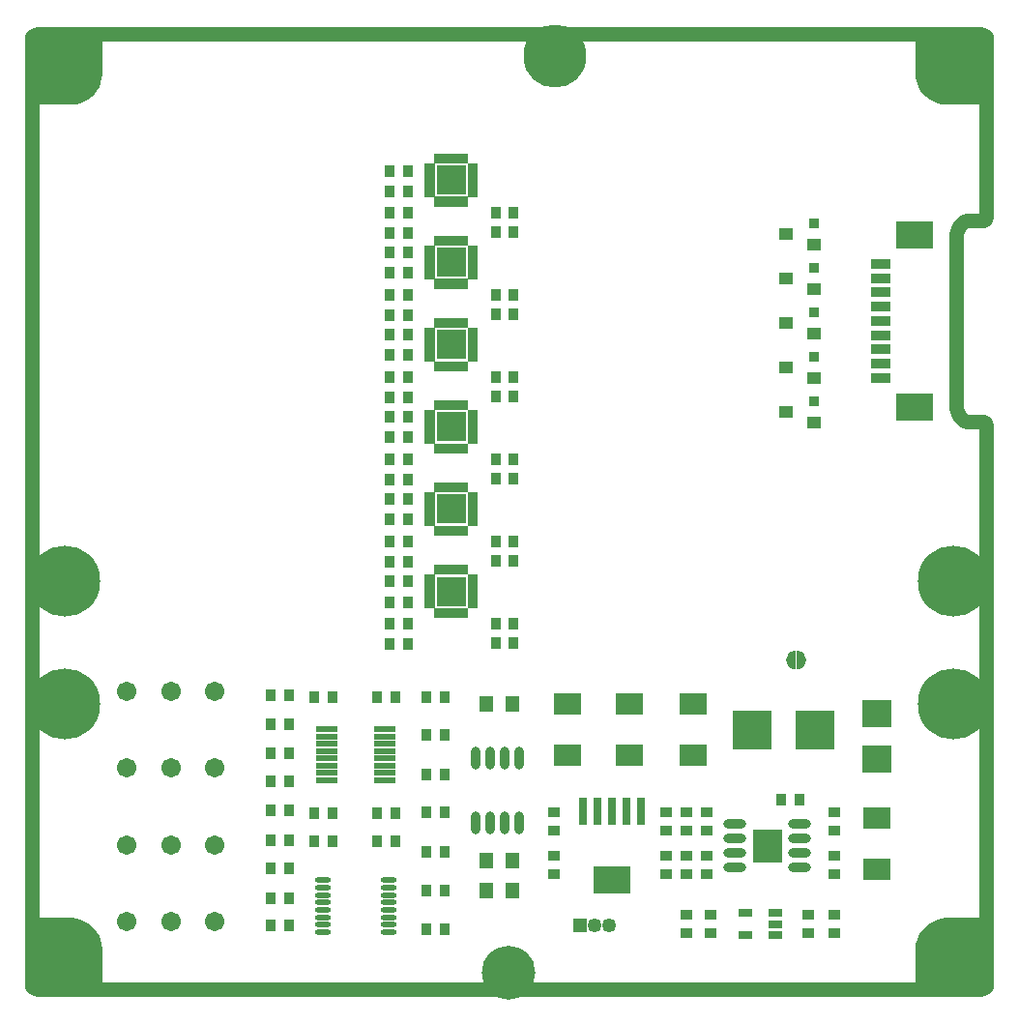
<source format=gbr>
G04*
G04 #@! TF.GenerationSoftware,Altium Limited,Altium Designer,24.1.2 (44)*
G04*
G04 Layer_Color=8388736*
%FSLAX44Y44*%
%MOMM*%
G71*
G04*
G04 #@! TF.SameCoordinates,B1001185-6E67-4BF1-ABA2-4279EC4F573C*
G04*
G04*
G04 #@! TF.FilePolarity,Negative*
G04*
G01*
G75*
%ADD22R,1.2696X1.3462*%
%ADD27R,0.9500X0.9000*%
%ADD29R,1.7018X0.8128*%
%ADD40C,1.2700*%
%ADD41R,2.6000X2.6000*%
%ADD42R,0.9032X1.0032*%
%ADD43O,0.8032X2.0032*%
%ADD44C,1.7032*%
%ADD45R,1.0032X0.9032*%
%ADD46R,1.2032X0.8032*%
%ADD47R,2.4622X1.9796*%
%ADD48R,1.1532X1.1032*%
%ADD49R,2.5032X2.4892*%
%ADD50R,3.3020X2.4130*%
%ADD51R,3.5032X3.3532*%
%ADD52O,2.0032X0.8032*%
%ADD53R,2.5032X3.0032*%
%ADD54R,3.2725X2.4455*%
%ADD55R,0.7325X2.4455*%
%ADD56O,1.4000X0.4500*%
%ADD57R,1.9000X0.5000*%
%ADD58C,5.5032*%
%ADD59C,4.7032*%
%ADD60C,0.9032*%
%ADD61C,6.2032*%
%ADD62C,1.0032*%
%ADD63R,1.2532X1.2532*%
%ADD64C,1.2532*%
%ADD65C,0.6032*%
G36*
X843526Y781000D02*
X809293D01*
Y781000D01*
X807438Y781000D01*
X803761Y781484D01*
X800179Y782444D01*
X796752Y783863D01*
X793540Y785718D01*
X790598Y787975D01*
X787975Y790598D01*
X785718Y793540D01*
X783863Y796752D01*
X782444Y800179D01*
X781484Y803761D01*
X781000Y807438D01*
X781000Y809293D01*
X781000Y843526D01*
X843526D01*
Y781000D01*
D02*
G37*
G36*
X69000Y809293D02*
X69000D01*
X69000Y807438D01*
X68516Y803761D01*
X67556Y800179D01*
X66137Y796752D01*
X64282Y793540D01*
X62024Y790598D01*
X59402Y787975D01*
X56460Y785718D01*
X53248Y783863D01*
X49821Y782444D01*
X46239Y781484D01*
X42562Y781000D01*
X40707Y781000D01*
X6474Y781000D01*
Y843526D01*
X69000D01*
Y809293D01*
D02*
G37*
G36*
X379350Y729499D02*
X369350D01*
Y738549D01*
X379350D01*
Y729499D01*
D02*
G37*
G36*
X389350Y730000D02*
X397899D01*
Y725000D01*
Y720000D01*
X388849D01*
Y725000D01*
Y729499D01*
X379350D01*
Y738549D01*
X389350D01*
Y730000D01*
D02*
G37*
G36*
X369350Y729499D02*
X359851D01*
Y725000D01*
Y720000D01*
X350801D01*
Y725000D01*
Y730000D01*
X359350D01*
Y738549D01*
X369350D01*
Y729499D01*
D02*
G37*
G36*
X397899Y715000D02*
Y710000D01*
X388849D01*
Y715000D01*
Y720000D01*
X397899D01*
Y715000D01*
D02*
G37*
G36*
X359851D02*
Y710000D01*
X350801D01*
Y715000D01*
Y720000D01*
X359851D01*
Y715000D01*
D02*
G37*
G36*
X397899Y705000D02*
Y700000D01*
X389350D01*
Y691451D01*
X379350D01*
Y700501D01*
X388849D01*
Y705000D01*
Y710000D01*
X397899D01*
Y705000D01*
D02*
G37*
G36*
X379350Y691451D02*
X369350D01*
Y700501D01*
X379350D01*
Y691451D01*
D02*
G37*
G36*
X359851Y705000D02*
Y700501D01*
X369350D01*
Y691451D01*
X359350D01*
Y700000D01*
X350801D01*
Y705000D01*
Y710000D01*
X359851D01*
Y705000D01*
D02*
G37*
G36*
X384350Y657499D02*
X364350D01*
Y666549D01*
X384350D01*
Y657499D01*
D02*
G37*
G36*
X389350Y658000D02*
X397899D01*
Y653000D01*
X388849D01*
Y657499D01*
X384350D01*
Y666549D01*
X389350D01*
Y658000D01*
D02*
G37*
G36*
X364350Y657499D02*
X359851D01*
Y653000D01*
X350801D01*
Y658000D01*
X359350D01*
Y666549D01*
X364350D01*
Y657499D01*
D02*
G37*
G36*
X397899Y648000D02*
Y643000D01*
Y638000D01*
Y633000D01*
X388849D01*
Y638000D01*
Y643000D01*
Y648000D01*
Y653000D01*
X397899D01*
Y648000D01*
D02*
G37*
G36*
X359851D02*
Y643000D01*
Y638000D01*
Y633000D01*
X350801D01*
Y638000D01*
Y643000D01*
Y648000D01*
Y653000D01*
X359851D01*
Y648000D01*
D02*
G37*
G36*
X397899Y628000D02*
X389350D01*
Y619451D01*
X384350D01*
Y628501D01*
X388849D01*
Y633000D01*
X397899D01*
Y628000D01*
D02*
G37*
G36*
X384350Y619451D02*
X364350D01*
Y628501D01*
X384350D01*
Y619451D01*
D02*
G37*
G36*
X359851Y628501D02*
X364350D01*
Y619451D01*
X359350D01*
Y628000D01*
X350801D01*
Y633000D01*
X359851D01*
Y628501D01*
D02*
G37*
G36*
X379350Y585499D02*
X369350D01*
Y594549D01*
X379350D01*
Y585499D01*
D02*
G37*
G36*
X389350Y586000D02*
X397899D01*
Y581000D01*
Y576000D01*
X388849D01*
Y581000D01*
Y585499D01*
X379350D01*
Y594549D01*
X389350D01*
Y586000D01*
D02*
G37*
G36*
X369350Y585499D02*
X359851D01*
Y581000D01*
Y576000D01*
X350801D01*
Y581000D01*
Y586000D01*
X359350D01*
Y594549D01*
X369350D01*
Y585499D01*
D02*
G37*
G36*
X397899Y571000D02*
Y566000D01*
X388849D01*
Y571000D01*
Y576000D01*
X397899D01*
Y571000D01*
D02*
G37*
G36*
X359851D02*
Y566000D01*
X350801D01*
Y571000D01*
Y576000D01*
X359851D01*
Y571000D01*
D02*
G37*
G36*
X397899Y561000D02*
Y556000D01*
X389350D01*
Y547451D01*
X379350D01*
Y556501D01*
X388849D01*
Y561000D01*
Y566000D01*
X397899D01*
Y561000D01*
D02*
G37*
G36*
X379350Y547451D02*
X369350D01*
Y556501D01*
X379350D01*
Y547451D01*
D02*
G37*
G36*
X359851Y561000D02*
Y556501D01*
X369350D01*
Y547451D01*
X359350D01*
Y556000D01*
X350801D01*
Y561000D01*
Y566000D01*
X359851D01*
Y561000D01*
D02*
G37*
G36*
X379350Y513499D02*
X369350D01*
Y522549D01*
X379350D01*
Y513499D01*
D02*
G37*
G36*
X389350Y514000D02*
X397899D01*
Y509000D01*
Y504000D01*
X388849D01*
Y509000D01*
Y513499D01*
X379350D01*
Y522549D01*
X389350D01*
Y514000D01*
D02*
G37*
G36*
X369350Y513499D02*
X359851D01*
Y509000D01*
Y504000D01*
X350801D01*
Y509000D01*
Y514000D01*
X359350D01*
Y522549D01*
X369350D01*
Y513499D01*
D02*
G37*
G36*
X397899Y499000D02*
Y494000D01*
X388849D01*
Y499000D01*
Y504000D01*
X397899D01*
Y499000D01*
D02*
G37*
G36*
X359851D02*
Y494000D01*
X350801D01*
Y499000D01*
Y504000D01*
X359851D01*
Y499000D01*
D02*
G37*
G36*
X397899Y489000D02*
Y484000D01*
X389350D01*
Y475451D01*
X379350D01*
Y484501D01*
X388849D01*
Y489000D01*
Y494000D01*
X397899D01*
Y489000D01*
D02*
G37*
G36*
X379350Y475451D02*
X369350D01*
Y484501D01*
X379350D01*
Y475451D01*
D02*
G37*
G36*
X359851Y489000D02*
Y484501D01*
X369350D01*
Y475451D01*
X359350D01*
Y484000D01*
X350801D01*
Y489000D01*
Y494000D01*
X359851D01*
Y489000D01*
D02*
G37*
G36*
X379350Y441499D02*
X369350D01*
Y450549D01*
X379350D01*
Y441499D01*
D02*
G37*
G36*
X389350Y442000D02*
X397899D01*
Y437000D01*
Y432000D01*
X388849D01*
Y437000D01*
Y441499D01*
X379350D01*
Y450549D01*
X389350D01*
Y442000D01*
D02*
G37*
G36*
X369350Y441499D02*
X359851D01*
Y437000D01*
Y432000D01*
X350801D01*
Y437000D01*
Y442000D01*
X359350D01*
Y450549D01*
X369350D01*
Y441499D01*
D02*
G37*
G36*
X397899Y427000D02*
Y422000D01*
X388849D01*
Y427000D01*
Y432000D01*
X397899D01*
Y427000D01*
D02*
G37*
G36*
X359851D02*
Y422000D01*
X350801D01*
Y427000D01*
Y432000D01*
X359851D01*
Y427000D01*
D02*
G37*
G36*
X397899Y417000D02*
Y412000D01*
X389350D01*
Y403451D01*
X379350D01*
Y412501D01*
X388849D01*
Y417000D01*
Y422000D01*
X397899D01*
Y417000D01*
D02*
G37*
G36*
X379350Y403451D02*
X369350D01*
Y412501D01*
X379350D01*
Y403451D01*
D02*
G37*
G36*
X359851Y417000D02*
Y412501D01*
X369350D01*
Y403451D01*
X359350D01*
Y412000D01*
X350801D01*
Y417000D01*
Y422000D01*
X359851D01*
Y417000D01*
D02*
G37*
G36*
X379350Y369499D02*
X369350D01*
Y378549D01*
X379350D01*
Y369499D01*
D02*
G37*
G36*
X389350Y370000D02*
X397899D01*
Y365000D01*
Y360000D01*
X388849D01*
Y365000D01*
Y369499D01*
X379350D01*
Y378549D01*
X389350D01*
Y370000D01*
D02*
G37*
G36*
X369350Y369499D02*
X359851D01*
Y365000D01*
Y360000D01*
X350801D01*
Y365000D01*
Y370000D01*
X359350D01*
Y378549D01*
X369350D01*
Y369499D01*
D02*
G37*
G36*
X397899Y355000D02*
Y350000D01*
X388849D01*
Y355000D01*
Y360000D01*
X397899D01*
Y355000D01*
D02*
G37*
G36*
X359851D02*
Y350000D01*
X350801D01*
Y355000D01*
Y360000D01*
X359851D01*
Y355000D01*
D02*
G37*
G36*
X397899Y345000D02*
Y340000D01*
X389350D01*
Y331451D01*
X379350D01*
Y340501D01*
X388849D01*
Y345000D01*
Y350000D01*
X397899D01*
Y345000D01*
D02*
G37*
G36*
X379350Y331451D02*
X369350D01*
Y340501D01*
X379350D01*
Y331451D01*
D02*
G37*
G36*
X359851Y345000D02*
Y340501D01*
X369350D01*
Y331451D01*
X359350D01*
Y340000D01*
X350801D01*
Y345000D01*
Y350000D01*
X359851D01*
Y345000D01*
D02*
G37*
G36*
X675222Y303401D02*
X675266Y303400D01*
X675288Y303397D01*
X675311Y303396D01*
X675354Y303387D01*
X675398Y303380D01*
X675419Y303374D01*
X675441Y303370D01*
X675484Y303355D01*
X675526Y303343D01*
X675546Y303334D01*
X675567Y303327D01*
X675608Y303307D01*
X675648Y303289D01*
X675667Y303278D01*
X675687Y303268D01*
X675724Y303243D01*
X675762Y303220D01*
X675779Y303206D01*
X675798Y303194D01*
X675831Y303164D01*
X675865Y303137D01*
X675881Y303121D01*
X675898Y303106D01*
X675927Y303072D01*
X675958Y303041D01*
X675971Y303023D01*
X675985Y303006D01*
X676010Y302969D01*
X676036Y302933D01*
X676047Y302914D01*
X676059Y302895D01*
X676079Y302855D01*
X676100Y302816D01*
X676108Y302796D01*
X676118Y302776D01*
X676133Y302733D01*
X676149Y302692D01*
X676154Y302671D01*
X676161Y302650D01*
X676170Y302606D01*
X676180Y302563D01*
X676183Y302541D01*
X676187Y302519D01*
X676190Y302474D01*
X676195Y302430D01*
X676194Y302409D01*
X676196Y302386D01*
X676196Y287614D01*
X676194Y287592D01*
X676195Y287570D01*
X676190Y287525D01*
X676187Y287481D01*
X676183Y287459D01*
X676180Y287437D01*
X676170Y287394D01*
X676161Y287350D01*
X676154Y287329D01*
X676149Y287308D01*
X676133Y287267D01*
X676118Y287224D01*
X676108Y287204D01*
X676100Y287184D01*
X676079Y287145D01*
X676059Y287105D01*
X676047Y287087D01*
X676036Y287067D01*
X676010Y287031D01*
X675985Y286994D01*
X675971Y286977D01*
X675957Y286959D01*
X675927Y286927D01*
X675898Y286894D01*
X675881Y286879D01*
X675865Y286863D01*
X675831Y286835D01*
X675797Y286806D01*
X675779Y286794D01*
X675762Y286780D01*
X675724Y286757D01*
X675687Y286732D01*
X675667Y286722D01*
X675648Y286711D01*
X675607Y286693D01*
X675567Y286673D01*
X675546Y286666D01*
X675526Y286657D01*
X675483Y286645D01*
X675441Y286630D01*
X675419Y286626D01*
X675398Y286620D01*
X675354Y286613D01*
X675311Y286604D01*
X675288Y286603D01*
X675266Y286600D01*
X675222Y286599D01*
X675178Y286596D01*
X675155Y286597D01*
X675133Y286597D01*
X675089Y286602D01*
X675045Y286604D01*
X675023Y286609D01*
X675001Y286611D01*
X674484Y286702D01*
X674480Y286703D01*
X674476Y286704D01*
X674415Y286719D01*
X674355Y286734D01*
X674351Y286735D01*
X674346Y286737D01*
X673349Y287061D01*
X673345Y287062D01*
X673341Y287064D01*
X673283Y287087D01*
X673225Y287110D01*
X673221Y287112D01*
X673217Y287114D01*
X672274Y287574D01*
X672271Y287576D01*
X672266Y287578D01*
X672212Y287609D01*
X672159Y287640D01*
X672155Y287643D01*
X672151Y287645D01*
X671282Y288231D01*
X671279Y288234D01*
X671275Y288236D01*
X671224Y288276D01*
X671177Y288313D01*
X671174Y288316D01*
X671170Y288319D01*
X670390Y289021D01*
X670387Y289024D01*
X670384Y289027D01*
X670341Y289072D01*
X670297Y289116D01*
X670295Y289119D01*
X670292Y289123D01*
X669618Y289926D01*
X669615Y289930D01*
X669612Y289933D01*
X669576Y289983D01*
X669539Y290034D01*
X669537Y290038D01*
X669534Y290041D01*
X668978Y290931D01*
X668976Y290935D01*
X668974Y290938D01*
X668945Y290993D01*
X668915Y291048D01*
X668914Y291052D01*
X668912Y291056D01*
X668485Y292015D01*
X668483Y292019D01*
X668481Y292023D01*
X668461Y292080D01*
X668439Y292139D01*
X668438Y292144D01*
X668436Y292148D01*
X668147Y293156D01*
X668146Y293160D01*
X668145Y293165D01*
X668132Y293226D01*
X668119Y293286D01*
X668119Y293291D01*
X668118Y293295D01*
X667972Y294334D01*
X667971Y294338D01*
X667971Y294343D01*
X667966Y294405D01*
X667962Y294467D01*
X667962Y294471D01*
X667962Y294476D01*
Y295524D01*
X667962Y295529D01*
X667962Y295533D01*
X667966Y295595D01*
X667971Y295657D01*
X667971Y295662D01*
X667972Y295666D01*
X668118Y296705D01*
X668119Y296709D01*
X668119Y296714D01*
X668132Y296774D01*
X668145Y296835D01*
X668146Y296840D01*
X668147Y296844D01*
X668436Y297852D01*
X668438Y297856D01*
X668439Y297861D01*
X668461Y297920D01*
X668481Y297977D01*
X668483Y297981D01*
X668485Y297985D01*
X668912Y298944D01*
X668914Y298948D01*
X668915Y298952D01*
X668945Y299007D01*
X668974Y299062D01*
X668976Y299065D01*
X668978Y299069D01*
X669534Y299959D01*
X669537Y299962D01*
X669539Y299966D01*
X669575Y300016D01*
X669612Y300067D01*
X669615Y300070D01*
X669618Y300074D01*
X670292Y300877D01*
X670295Y300880D01*
X670297Y300884D01*
X670341Y300928D01*
X670384Y300973D01*
X670387Y300976D01*
X670390Y300979D01*
X671170Y301681D01*
X671173Y301684D01*
X671177Y301687D01*
X671225Y301724D01*
X671275Y301764D01*
X671279Y301766D01*
X671282Y301769D01*
X672151Y302355D01*
X672155Y302357D01*
X672159Y302360D01*
X672213Y302391D01*
X672266Y302422D01*
X672271Y302424D01*
X672274Y302426D01*
X673217Y302886D01*
X673221Y302888D01*
X673225Y302890D01*
X673283Y302913D01*
X673341Y302936D01*
X673345Y302938D01*
X673349Y302939D01*
X674346Y303263D01*
X674351Y303264D01*
X674355Y303266D01*
X674414Y303281D01*
X674475Y303296D01*
X674480Y303297D01*
X674484Y303298D01*
X675001Y303389D01*
X675023Y303391D01*
X675045Y303396D01*
X675089Y303398D01*
X675133Y303403D01*
X675155Y303403D01*
X675178Y303404D01*
X675178D01*
X675222Y303401D01*
D02*
G37*
G36*
X677804Y303403D02*
X677827Y303403D01*
X677871Y303398D01*
X677915Y303396D01*
X677937Y303391D01*
X677959Y303389D01*
X678476Y303298D01*
X678480Y303297D01*
X678484Y303296D01*
X678545Y303281D01*
X678605Y303266D01*
X678609Y303264D01*
X678614Y303263D01*
X679611Y302939D01*
X679615Y302938D01*
X679620Y302936D01*
X679677Y302913D01*
X679735Y302890D01*
X679739Y302888D01*
X679743Y302886D01*
X680686Y302426D01*
X680689Y302424D01*
X680694Y302422D01*
X680748Y302391D01*
X680801Y302360D01*
X680805Y302357D01*
X680808Y302355D01*
X681678Y301769D01*
X681682Y301766D01*
X681685Y301764D01*
X681736Y301724D01*
X681783Y301687D01*
X681786Y301684D01*
X681790Y301681D01*
X682570Y300979D01*
X682573Y300976D01*
X682576Y300973D01*
X682619Y300928D01*
X682662Y300884D01*
X682665Y300880D01*
X682668Y300877D01*
X683342Y300074D01*
X683345Y300070D01*
X683348Y300067D01*
X683384Y300017D01*
X683421Y299966D01*
X683423Y299962D01*
X683426Y299959D01*
X683982Y299069D01*
X683984Y299065D01*
X683986Y299062D01*
X684015Y299007D01*
X684045Y298952D01*
X684046Y298948D01*
X684048Y298944D01*
X684475Y297985D01*
X684477Y297981D01*
X684479Y297977D01*
X684499Y297920D01*
X684521Y297861D01*
X684522Y297856D01*
X684524Y297852D01*
X684813Y296844D01*
X684814Y296840D01*
X684815Y296835D01*
X684828Y296774D01*
X684841Y296714D01*
X684841Y296709D01*
X684842Y296705D01*
X684988Y295666D01*
X684989Y295662D01*
X684989Y295657D01*
X684994Y295595D01*
X684998Y295533D01*
X684998Y295529D01*
X684998Y295524D01*
Y294476D01*
X684998Y294471D01*
X684998Y294467D01*
X684994Y294405D01*
X684989Y294343D01*
X684989Y294338D01*
X684988Y294334D01*
X684842Y293295D01*
X684841Y293291D01*
X684841Y293286D01*
X684828Y293226D01*
X684815Y293165D01*
X684814Y293160D01*
X684813Y293156D01*
X684524Y292148D01*
X684522Y292144D01*
X684521Y292139D01*
X684499Y292080D01*
X684479Y292023D01*
X684477Y292019D01*
X684475Y292015D01*
X684048Y291056D01*
X684046Y291052D01*
X684045Y291048D01*
X684015Y290993D01*
X683986Y290938D01*
X683984Y290935D01*
X683982Y290931D01*
X683426Y290041D01*
X683423Y290037D01*
X683421Y290034D01*
X683385Y289984D01*
X683348Y289933D01*
X683345Y289930D01*
X683342Y289926D01*
X682668Y289123D01*
X682665Y289119D01*
X682662Y289116D01*
X682619Y289072D01*
X682576Y289027D01*
X682573Y289024D01*
X682570Y289021D01*
X681790Y288319D01*
X681786Y288316D01*
X681783Y288313D01*
X681735Y288276D01*
X681685Y288236D01*
X681682Y288234D01*
X681678Y288231D01*
X680808Y287645D01*
X680805Y287643D01*
X680801Y287640D01*
X680747Y287609D01*
X680694Y287578D01*
X680689Y287576D01*
X680686Y287574D01*
X679743Y287114D01*
X679739Y287112D01*
X679735Y287110D01*
X679677Y287087D01*
X679620Y287064D01*
X679615Y287062D01*
X679611Y287061D01*
X678614Y286737D01*
X678609Y286735D01*
X678605Y286734D01*
X678546Y286719D01*
X678484Y286704D01*
X678480Y286703D01*
X678476Y286702D01*
X677959Y286611D01*
X677937Y286609D01*
X677915Y286604D01*
X677871Y286602D01*
X677827Y286597D01*
X677804Y286597D01*
X677782Y286596D01*
X677782D01*
X677738Y286599D01*
X677694Y286600D01*
X677672Y286603D01*
X677649Y286604D01*
X677606Y286613D01*
X677562Y286620D01*
X677541Y286626D01*
X677519Y286630D01*
X677476Y286645D01*
X677434Y286657D01*
X677414Y286666D01*
X677393Y286673D01*
X677353Y286693D01*
X677312Y286711D01*
X677293Y286722D01*
X677273Y286732D01*
X677236Y286757D01*
X677198Y286780D01*
X677181Y286794D01*
X677162Y286806D01*
X677129Y286836D01*
X677094Y286863D01*
X677079Y286879D01*
X677062Y286894D01*
X677033Y286928D01*
X677002Y286959D01*
X676989Y286977D01*
X676975Y286994D01*
X676950Y287031D01*
X676924Y287067D01*
X676913Y287086D01*
X676901Y287105D01*
X676881Y287145D01*
X676860Y287184D01*
X676852Y287204D01*
X676842Y287224D01*
X676827Y287267D01*
X676811Y287308D01*
X676806Y287329D01*
X676799Y287350D01*
X676790Y287394D01*
X676780Y287437D01*
X676777Y287459D01*
X676773Y287481D01*
X676770Y287526D01*
X676765Y287570D01*
X676766Y287591D01*
X676764Y287614D01*
X676764Y302386D01*
X676766Y302408D01*
X676765Y302430D01*
X676770Y302475D01*
X676773Y302519D01*
X676777Y302541D01*
X676780Y302563D01*
X676790Y302606D01*
X676799Y302650D01*
X676806Y302671D01*
X676811Y302692D01*
X676827Y302733D01*
X676842Y302776D01*
X676852Y302796D01*
X676860Y302816D01*
X676881Y302855D01*
X676901Y302895D01*
X676913Y302913D01*
X676924Y302933D01*
X676950Y302969D01*
X676975Y303006D01*
X676989Y303023D01*
X677002Y303041D01*
X677033Y303072D01*
X677062Y303106D01*
X677079Y303121D01*
X677094Y303137D01*
X677129Y303165D01*
X677162Y303194D01*
X677181Y303206D01*
X677198Y303220D01*
X677236Y303243D01*
X677273Y303268D01*
X677293Y303278D01*
X677312Y303289D01*
X677353Y303307D01*
X677393Y303327D01*
X677414Y303334D01*
X677434Y303343D01*
X677476Y303355D01*
X677519Y303370D01*
X677541Y303374D01*
X677562Y303380D01*
X677606Y303387D01*
X677650Y303396D01*
X677672Y303397D01*
X677694Y303400D01*
X677738Y303401D01*
X677782Y303404D01*
X677804Y303403D01*
D02*
G37*
G36*
X843526Y6474D02*
X781000D01*
Y40707D01*
X781000Y40707D01*
X781000Y40707D01*
X781000Y42562D01*
X781484Y46239D01*
X782444Y49821D01*
X783863Y53248D01*
X785718Y56460D01*
X787975Y59402D01*
X790598Y62024D01*
X793540Y64282D01*
X796752Y66137D01*
X800179Y67556D01*
X803761Y68516D01*
X807438Y69000D01*
X809293Y69000D01*
X843526Y69000D01*
Y6474D01*
D02*
G37*
G36*
X40707Y69000D02*
X42562Y69000D01*
X46239Y68516D01*
X49821Y67556D01*
X53248Y66137D01*
X56460Y64282D01*
X59402Y62024D01*
X62024Y59402D01*
X64282Y56460D01*
X66137Y53248D01*
X67556Y49821D01*
X68516Y46239D01*
X69000Y42562D01*
X69000Y40707D01*
X69000D01*
X69000Y40707D01*
Y6474D01*
X6474D01*
Y69000D01*
X40707Y69000D01*
D02*
G37*
D22*
X428216Y93119D02*
D03*
X405352D02*
D03*
X428216Y119554D02*
D03*
X405352D02*
D03*
X427604Y256278D02*
D03*
X404740D02*
D03*
D27*
X692484Y521644D02*
D03*
Y560536D02*
D03*
Y599428D02*
D03*
Y638320D02*
D03*
Y677211D02*
D03*
D29*
X750955Y541752D02*
D03*
Y554252D02*
D03*
Y566752D02*
D03*
Y579252D02*
D03*
Y591752D02*
D03*
Y604252D02*
D03*
Y616752D02*
D03*
Y629252D02*
D03*
Y641752D02*
D03*
D40*
X843150Y500497D02*
X842227Y502724D01*
X840000Y503647D01*
X838000Y6850D02*
X840575Y7540D01*
X842460Y9425D01*
X843150Y12000D01*
X840000Y679908D02*
X842227Y680830D01*
X843150Y683057D01*
X12000Y843150D02*
X9425Y842460D01*
X7540Y840575D01*
X6850Y838000D01*
X843150Y838000D02*
X842460Y840575D01*
X840575Y842460D01*
X838000Y843150D01*
X6850Y12000D02*
X7540Y9425D01*
X9425Y7540D01*
X12000Y6850D01*
X828860Y679908D02*
X826223Y679610D01*
X823719Y678734D01*
X821472Y677322D01*
X819595Y675446D01*
X818184Y673199D01*
X817307Y670694D01*
X817010Y668057D01*
Y515497D02*
X817307Y512860D01*
X818184Y510356D01*
X819595Y508109D01*
X821472Y506232D01*
X823719Y504821D01*
X826223Y503944D01*
X828860Y503647D01*
X828017Y843150D02*
X837941D01*
X818017D02*
X828017D01*
X808017D02*
X818017D01*
X798017D02*
X808017D01*
X788017D02*
X798017D01*
X778017D02*
X788017D01*
X768017D02*
X778017D01*
X758017D02*
X768017D01*
X748017D02*
X758017D01*
X738017D02*
X748017D01*
X728017D02*
X738017D01*
X718017D02*
X728017D01*
X708017D02*
X718017D01*
X698017D02*
X708017D01*
X688017D02*
X698017D01*
X678017D02*
X688017D01*
X668017D02*
X678017D01*
X658017D02*
X668017D01*
X648017D02*
X658017D01*
X638017D02*
X648017D01*
X628017D02*
X638017D01*
X618017D02*
X628017D01*
X608017D02*
X618017D01*
X598017D02*
X608017D01*
X588017D02*
X598017D01*
X578017D02*
X588017D01*
X568017D02*
X578017D01*
X558017D02*
X568017D01*
X548017D02*
X558017D01*
X538017D02*
X548017D01*
X528017D02*
X538017D01*
X6850Y822093D02*
Y837941D01*
X518017Y843150D02*
X528017D01*
X6850Y812093D02*
Y822093D01*
X508017Y843150D02*
X518017D01*
X6850Y802093D02*
Y812093D01*
X498017Y843150D02*
X508017D01*
X6850Y792093D02*
Y802093D01*
X843150Y491390D02*
Y500497D01*
X428018Y843150D02*
X438018D01*
X488018D02*
X498017D01*
X6850Y782093D02*
Y792093D01*
X843150Y481390D02*
Y491390D01*
X418018Y843150D02*
X428018D01*
X456552D02*
X465300D01*
X474048D02*
X488018D01*
X6850Y772093D02*
Y782093D01*
X843150Y471390D02*
Y481390D01*
X408018Y843150D02*
X418018D01*
X448018D02*
X456552D01*
X465300D02*
X474048D01*
X6850Y762093D02*
Y772093D01*
X843150Y461390D02*
Y471390D01*
X398018Y843150D02*
X408018D01*
X438018D02*
X448018D01*
X6850Y752093D02*
Y762093D01*
X843150Y451390D02*
Y461390D01*
X388018Y843150D02*
X398018D01*
X6850Y742093D02*
Y752093D01*
X843150Y441390D02*
Y451390D01*
X378018Y843150D02*
X388018D01*
X6850Y732093D02*
Y742093D01*
X843150Y431390D02*
Y441390D01*
X814744Y6850D02*
X824744D01*
X838000D01*
X368018Y843150D02*
X378018D01*
X6850Y722093D02*
Y732093D01*
X843150Y421390D02*
Y431390D01*
X804744Y6850D02*
X814744D01*
X358018Y843150D02*
X368018D01*
X6850Y712093D02*
Y722093D01*
X843150Y411390D02*
Y421390D01*
X794744Y6850D02*
X804744D01*
X348018Y843150D02*
X358018D01*
X6850Y702093D02*
Y712093D01*
X843150Y401390D02*
Y411390D01*
X784744Y6850D02*
X794744D01*
X338018Y843150D02*
X348018D01*
X6850Y692093D02*
Y702093D01*
X843150Y391390D02*
Y401390D01*
X774744Y6850D02*
X784744D01*
X328018Y843150D02*
X338018D01*
X6850Y682093D02*
Y692093D01*
X843150Y381390D02*
Y391390D01*
X764744Y6850D02*
X774744D01*
X318018Y843150D02*
X328018D01*
X6850Y672093D02*
Y682093D01*
X843150Y371390D02*
Y381390D01*
X754744Y6850D02*
X764744D01*
X308018Y843150D02*
X318018D01*
X6850Y642093D02*
Y652093D01*
Y662093D02*
Y672093D01*
X843150Y361390D02*
Y371390D01*
X744744Y6850D02*
X754744D01*
X298018Y843150D02*
X308018D01*
X6850Y622094D02*
Y632094D01*
Y642093D01*
Y652093D02*
Y662093D01*
X843150Y351390D02*
Y361390D01*
X734744Y6850D02*
X744744D01*
X288018Y843150D02*
X298018D01*
X6850Y572094D02*
Y582094D01*
Y592094D02*
Y602094D01*
Y612094D02*
Y622094D01*
X843150Y341390D02*
Y351390D01*
X724744Y6850D02*
X734744D01*
X278018Y843150D02*
X288018D01*
X6850Y452094D02*
Y462094D01*
Y522094D02*
Y532094D01*
Y552094D02*
Y562094D01*
Y572094D01*
Y582094D02*
Y592094D01*
Y602094D02*
Y612094D01*
X843150Y331390D02*
Y341390D01*
X714744Y6850D02*
X724744D01*
X268018Y843150D02*
X278018D01*
X6850Y442094D02*
Y452094D01*
Y482094D02*
Y492094D01*
Y502094D01*
Y512094D02*
Y522094D01*
Y532094D02*
Y542094D01*
Y552094D01*
X843150Y321390D02*
Y331390D01*
X704744Y6850D02*
X714744D01*
X258018Y843150D02*
X268018D01*
X6850Y392094D02*
Y402094D01*
Y422094D02*
Y432094D01*
Y442094D01*
Y472094D02*
Y482094D01*
Y502094D02*
Y512094D01*
X843150Y311391D02*
Y321390D01*
X694744Y6850D02*
X704744D01*
X248018Y843150D02*
X258018D01*
X6850Y372094D02*
Y382094D01*
Y392094D01*
Y402094D02*
Y412094D01*
Y422094D01*
Y462094D02*
Y472094D01*
X843150Y301391D02*
Y311391D01*
X684744Y6850D02*
X694744D01*
X238018Y843150D02*
X248018D01*
X6850Y362094D02*
Y372094D01*
X843150Y261391D02*
Y271391D01*
Y291391D02*
Y301391D01*
X674744Y6850D02*
X684744D01*
X228018Y843150D02*
X238018D01*
X6850Y242094D02*
Y252094D01*
Y262094D01*
Y272094D01*
Y282094D01*
Y292094D01*
Y302094D01*
Y312094D02*
Y322094D01*
Y332094D01*
Y352094D02*
Y362094D01*
X843150Y221391D02*
Y231391D01*
Y241391D01*
Y251391D01*
Y261391D01*
Y281391D02*
Y291391D01*
X664744Y6850D02*
X674744D01*
X218018Y843150D02*
X228018D01*
X6850Y212094D02*
Y222094D01*
Y232094D02*
Y242094D01*
Y302094D02*
Y312094D01*
Y342094D02*
Y352094D01*
X843150Y201391D02*
Y211391D01*
Y221391D01*
Y271391D02*
Y281391D01*
X654744Y6850D02*
X664744D01*
X208018Y843150D02*
X218018D01*
X6850Y202094D02*
Y212094D01*
Y222094D02*
Y232094D01*
Y332094D02*
Y342094D01*
X843150Y191391D02*
Y201391D01*
X644744Y6850D02*
X654744D01*
X198018Y843150D02*
X208018D01*
X6850Y192094D02*
Y202094D01*
X843150Y181391D02*
Y191391D01*
X634744Y6850D02*
X644744D01*
X188018Y843150D02*
X198018D01*
X6850Y182094D02*
Y192094D01*
X843150Y171391D02*
Y181391D01*
X564744Y6850D02*
X574744D01*
X584744D01*
X624744D02*
X634744D01*
X178018Y843150D02*
X188018D01*
X6850Y172094D02*
Y182094D01*
X843150Y161391D02*
Y171391D01*
X534744Y6850D02*
X544744D01*
X554744D01*
X564744D01*
X584744D02*
X594744D01*
X604744D02*
X614744D01*
X624744D01*
X168018Y843150D02*
X178018D01*
X6850Y162094D02*
Y172094D01*
X843150Y151391D02*
Y161391D01*
X474744Y6850D02*
X484744D01*
X514744D02*
X524744D01*
X534744D01*
X594744D02*
X604744D01*
X158018Y843150D02*
X168018D01*
X6850Y152094D02*
Y162094D01*
X843150Y141391D02*
Y151391D01*
X334745Y6850D02*
X344745D01*
X464744D02*
X474744D01*
X494744D02*
X504744D01*
X514744D01*
X148018Y843150D02*
X158018D01*
X6850Y142094D02*
Y152094D01*
X843150Y826646D02*
Y838000D01*
X843150Y131391D02*
Y141391D01*
X324745Y6850D02*
X334745D01*
X425000D02*
X444744D01*
X454744D02*
X464744D01*
X484744D02*
X494744D01*
X138018Y843150D02*
X148018D01*
X6850Y132094D02*
Y142094D01*
X843150Y816646D02*
Y826646D01*
X843150Y121391D02*
Y131391D01*
X304745Y6850D02*
X314745D01*
X324745D01*
X404745D02*
X425000D01*
X444744D02*
X454744D01*
X128018Y843150D02*
X138018D01*
X6850Y122094D02*
Y132094D01*
X843150Y806646D02*
Y816646D01*
X843150Y111391D02*
Y121391D01*
X294745Y6850D02*
X304745D01*
X384745D02*
X394745D01*
X404745D01*
X118018Y843150D02*
X128018D01*
X6850Y112094D02*
Y122094D01*
X843150Y796646D02*
Y806646D01*
X843150Y101391D02*
Y111391D01*
X284745Y6850D02*
X294745D01*
X374745D02*
X384745D01*
X108018Y843150D02*
X118018D01*
X6850Y102094D02*
Y112094D01*
X843150Y786646D02*
Y796646D01*
X843150Y91391D02*
Y101391D01*
X94745Y6850D02*
X104745D01*
X224745D02*
X234745D01*
X274745D02*
X284745D01*
X364745D02*
X374745D01*
X98018Y843150D02*
X108018D01*
X6850Y92094D02*
Y102094D01*
X843150Y776646D02*
Y786646D01*
X843150Y81391D02*
Y91391D01*
X84745Y6850D02*
X94745D01*
X214745D02*
X224745D01*
X244745D02*
X254745D01*
X264745D02*
X274745D01*
X344745D02*
X354745D01*
X364745D01*
X88018Y843150D02*
X98018D01*
X6850Y82095D02*
Y92094D01*
X843150Y766646D02*
Y776646D01*
X843150Y71391D02*
Y81391D01*
X74745Y6850D02*
X84745D01*
X184745D02*
X194745D01*
X204745D02*
X214745D01*
X234745D02*
X244745D01*
X254745D02*
X264745D01*
X78018Y843150D02*
X88018D01*
X6850Y72095D02*
Y82095D01*
X843150Y756646D02*
Y766646D01*
X843150Y61391D02*
Y71391D01*
X817010Y653163D02*
Y668057D01*
X64745Y6850D02*
X74745D01*
X154745D02*
X164745D01*
X174745D02*
X184745D01*
X194745D02*
X204745D01*
X68018Y843150D02*
X78018D01*
X6850Y62095D02*
Y72095D01*
X843150Y746646D02*
Y756646D01*
X843150Y51391D02*
Y61391D01*
X817010Y633163D02*
Y643163D01*
Y653163D01*
X54745Y6850D02*
X64745D01*
X144745D02*
X154745D01*
X164745D02*
X174745D01*
X58018Y843150D02*
X68018D01*
X6850Y52095D02*
Y62095D01*
X843150Y736646D02*
Y746646D01*
X843150Y41391D02*
Y51391D01*
X817010Y593163D02*
Y603163D01*
Y623163D02*
Y633163D01*
X44745Y6850D02*
X54745D01*
X104745D02*
X114745D01*
X124745D02*
X134745D01*
X144745D01*
X48018Y843150D02*
X58018D01*
X6850Y42095D02*
Y52095D01*
X843150Y716646D02*
Y726646D01*
Y736646D01*
X843150Y31391D02*
Y41391D01*
X817010Y533163D02*
Y543163D01*
Y553163D01*
Y583163D02*
Y593163D01*
Y603163D02*
Y613163D01*
Y623163D01*
X34745Y6850D02*
X44745D01*
X114745D02*
X124745D01*
X38018Y843150D02*
X48018D01*
X6850Y32095D02*
Y42095D01*
X843150Y696646D02*
Y706646D01*
Y716646D01*
X843150Y21391D02*
Y31391D01*
X817010Y523163D02*
Y533163D01*
Y553163D02*
Y563163D01*
Y573163D01*
Y583163D01*
X24745Y6850D02*
X34745D01*
X28018Y843150D02*
X38018D01*
X6850Y22095D02*
Y32095D01*
X843150Y683099D02*
Y696646D01*
X12059Y6850D02*
X24745D01*
X828860Y679908D02*
X840000D01*
X6850Y12000D02*
Y22095D01*
X843150Y12042D02*
Y21391D01*
X817010Y515497D02*
Y523163D01*
X828860Y503647D02*
X840000D01*
X12000Y843150D02*
X28018D01*
D41*
X374350Y715000D02*
D03*
Y643000D02*
D03*
Y571000D02*
D03*
Y499000D02*
D03*
Y427000D02*
D03*
Y355000D02*
D03*
D42*
X232548Y263917D02*
D03*
X216548D02*
D03*
X320459Y723083D02*
D03*
X336459D02*
D03*
X336457Y704950D02*
D03*
X320457D02*
D03*
X320459Y651628D02*
D03*
X336459D02*
D03*
X336457Y633672D02*
D03*
X320457D02*
D03*
X320459Y579628D02*
D03*
X336459D02*
D03*
X336457Y561672D02*
D03*
X320457D02*
D03*
X320459Y507628D02*
D03*
X336459D02*
D03*
X336457Y489672D02*
D03*
X320457D02*
D03*
X320459Y435628D02*
D03*
X336459D02*
D03*
X336457Y417672D02*
D03*
X320457D02*
D03*
X320459Y363628D02*
D03*
X336459D02*
D03*
X336457Y345671D02*
D03*
X320457D02*
D03*
X320458Y452684D02*
D03*
X336458D02*
D03*
X232548Y136981D02*
D03*
X216548D02*
D03*
Y163088D02*
D03*
X232548D02*
D03*
X216548Y188295D02*
D03*
X232548D02*
D03*
X216548Y213503D02*
D03*
X232548D02*
D03*
X232550Y238710D02*
D03*
X216550D02*
D03*
X216550Y112674D02*
D03*
X232550D02*
D03*
X232549Y86567D02*
D03*
X216549D02*
D03*
X216548Y62260D02*
D03*
X232548D02*
D03*
X309710Y135881D02*
D03*
X325710D02*
D03*
X336458Y309184D02*
D03*
X320458D02*
D03*
X663560Y172720D02*
D03*
X679560D02*
D03*
X270441Y135881D02*
D03*
X254441D02*
D03*
X254442Y261917D02*
D03*
X270442D02*
D03*
X325711D02*
D03*
X309711D02*
D03*
X270442Y161088D02*
D03*
X254442D02*
D03*
X309711D02*
D03*
X325711D02*
D03*
X368679Y229057D02*
D03*
X352679D02*
D03*
X352681Y161539D02*
D03*
X368681D02*
D03*
X352680Y194398D02*
D03*
X368680D02*
D03*
X368680Y261917D02*
D03*
X352680D02*
D03*
X368680Y126879D02*
D03*
X352680D02*
D03*
X368680Y59360D02*
D03*
X352680D02*
D03*
X368680Y93119D02*
D03*
X352680D02*
D03*
X413244Y470816D02*
D03*
X429244D02*
D03*
X413244Y686816D02*
D03*
X429244D02*
D03*
X429242Y669584D02*
D03*
X413242D02*
D03*
X413244Y614816D02*
D03*
X429244D02*
D03*
X429242Y597584D02*
D03*
X413242D02*
D03*
X413244Y542816D02*
D03*
X429244D02*
D03*
X429242Y525584D02*
D03*
X413242D02*
D03*
X429242Y453584D02*
D03*
X413242D02*
D03*
X413244Y398816D02*
D03*
X429244D02*
D03*
X429242Y381584D02*
D03*
X413242D02*
D03*
Y326814D02*
D03*
X429242D02*
D03*
Y309584D02*
D03*
X413242D02*
D03*
X320458Y614816D02*
D03*
X336458D02*
D03*
X320458Y668684D02*
D03*
X336458D02*
D03*
X320458Y542816D02*
D03*
X336458D02*
D03*
X320458Y596684D02*
D03*
X336458D02*
D03*
X320458Y524684D02*
D03*
X336458D02*
D03*
X320458Y380684D02*
D03*
X336458D02*
D03*
Y470816D02*
D03*
X320458D02*
D03*
Y398816D02*
D03*
X336458D02*
D03*
X320460Y326814D02*
D03*
X336460D02*
D03*
X320458Y686816D02*
D03*
X336458D02*
D03*
D43*
X434072Y208922D02*
D03*
X421372D02*
D03*
X408672D02*
D03*
X395972D02*
D03*
X434072Y152422D02*
D03*
X421372D02*
D03*
X408672D02*
D03*
X395972D02*
D03*
D44*
X90000Y267627D02*
D03*
X167640Y267627D02*
D03*
X128820D02*
D03*
X167640Y200373D02*
D03*
X128820D02*
D03*
X90000D02*
D03*
Y65866D02*
D03*
X128820D02*
D03*
X167640D02*
D03*
Y133120D02*
D03*
X128820D02*
D03*
X90000D02*
D03*
D45*
X709740Y71671D02*
D03*
Y55671D02*
D03*
X580670Y71671D02*
D03*
Y55671D02*
D03*
X687080D02*
D03*
Y71671D02*
D03*
X601970D02*
D03*
Y55671D02*
D03*
X709740Y123053D02*
D03*
Y107053D02*
D03*
X580670Y123054D02*
D03*
Y107054D02*
D03*
X709740Y161169D02*
D03*
Y145169D02*
D03*
X580670Y161170D02*
D03*
Y145170D02*
D03*
X597970Y123054D02*
D03*
Y107054D02*
D03*
Y161170D02*
D03*
Y145170D02*
D03*
X562469Y107054D02*
D03*
Y123054D02*
D03*
X464820Y107054D02*
D03*
Y123054D02*
D03*
Y145169D02*
D03*
Y161169D02*
D03*
X562469Y145169D02*
D03*
Y161169D02*
D03*
D46*
X632410Y54171D02*
D03*
Y73171D02*
D03*
X657910D02*
D03*
Y63671D02*
D03*
Y54171D02*
D03*
D47*
X747061Y156464D02*
D03*
Y111760D02*
D03*
X586740Y211328D02*
D03*
Y256032D02*
D03*
X530860D02*
D03*
Y211328D02*
D03*
X476120Y256151D02*
D03*
Y211447D02*
D03*
D48*
X667484Y512144D02*
D03*
X692484Y502644D02*
D03*
X667484Y551036D02*
D03*
X692484Y541536D02*
D03*
X667484Y589928D02*
D03*
X692484Y580428D02*
D03*
X667484Y628820D02*
D03*
X692484Y619320D02*
D03*
Y658211D02*
D03*
X667484Y667711D02*
D03*
D49*
X747061Y207957D02*
D03*
Y247957D02*
D03*
D50*
X779955Y667252D02*
D03*
Y516252D02*
D03*
D51*
X692980Y233680D02*
D03*
X637980D02*
D03*
D52*
X623060Y151384D02*
D03*
Y138684D02*
D03*
Y125984D02*
D03*
Y113284D02*
D03*
X679560Y151384D02*
D03*
Y138684D02*
D03*
Y125984D02*
D03*
Y113284D02*
D03*
D53*
X651310Y132334D02*
D03*
D54*
X515620Y101977D02*
D03*
D55*
X490220Y162183D02*
D03*
X502920D02*
D03*
X515620D02*
D03*
X528320D02*
D03*
X541020D02*
D03*
D56*
X262426Y102010D02*
D03*
Y95510D02*
D03*
Y89010D02*
D03*
Y82510D02*
D03*
Y76010D02*
D03*
Y69510D02*
D03*
Y63010D02*
D03*
Y56510D02*
D03*
X319426Y102010D02*
D03*
Y95510D02*
D03*
Y89010D02*
D03*
Y82510D02*
D03*
Y76010D02*
D03*
Y69510D02*
D03*
Y63010D02*
D03*
Y56510D02*
D03*
D57*
X316453Y234177D02*
D03*
Y227827D02*
D03*
Y221477D02*
D03*
Y215127D02*
D03*
Y208777D02*
D03*
Y202427D02*
D03*
Y196077D02*
D03*
Y189727D02*
D03*
X265399D02*
D03*
Y196077D02*
D03*
Y202427D02*
D03*
Y208777D02*
D03*
Y215127D02*
D03*
Y221477D02*
D03*
Y227827D02*
D03*
Y234177D02*
D03*
D58*
X465300Y824000D02*
D03*
D59*
X425000Y21000D02*
D03*
D60*
X486420Y815252D02*
D03*
X456552Y802880D02*
D03*
X444180Y832748D02*
D03*
X474048Y845120D02*
D03*
X486420Y832748D02*
D03*
X474048Y802880D02*
D03*
X444180Y815252D02*
D03*
X456552Y845120D02*
D03*
D61*
X36000Y814000D02*
D03*
Y256000D02*
D03*
Y364000D02*
D03*
X814477Y256000D02*
D03*
X814000Y364000D02*
D03*
Y36000D02*
D03*
Y814000D02*
D03*
X36000Y36000D02*
D03*
D62*
X27252Y835120D02*
D03*
X14880Y805252D02*
D03*
X44748Y792880D02*
D03*
X57120Y822748D02*
D03*
X44748Y835120D02*
D03*
X14880Y822748D02*
D03*
X27252Y792880D02*
D03*
X57120Y805252D02*
D03*
X27252Y277120D02*
D03*
X14880Y247252D02*
D03*
X44748Y234880D02*
D03*
X57120Y264748D02*
D03*
X44748Y277120D02*
D03*
X14880Y264748D02*
D03*
X27252Y234880D02*
D03*
X57120Y247252D02*
D03*
X27252Y385120D02*
D03*
X14880Y355252D02*
D03*
X44748Y342880D02*
D03*
X57120Y372748D02*
D03*
X44748Y385120D02*
D03*
X14880Y372748D02*
D03*
X27252Y342880D02*
D03*
X57120Y355252D02*
D03*
X805729Y277120D02*
D03*
X793357Y247252D02*
D03*
X823225Y234880D02*
D03*
X835597Y264748D02*
D03*
X823225Y277120D02*
D03*
X793357Y264748D02*
D03*
X805729Y234880D02*
D03*
X835597Y247252D02*
D03*
X805252Y385120D02*
D03*
X792880Y355252D02*
D03*
X822748Y342880D02*
D03*
X835120Y372748D02*
D03*
X822748Y385120D02*
D03*
X792880Y372748D02*
D03*
X805252Y342880D02*
D03*
X835120Y355252D02*
D03*
X805252Y57120D02*
D03*
X792880Y27252D02*
D03*
X822748Y14880D02*
D03*
X835120Y44748D02*
D03*
X822748Y57120D02*
D03*
X792880Y44748D02*
D03*
X805252Y14880D02*
D03*
X835120Y27252D02*
D03*
X805252Y835120D02*
D03*
X792880Y805252D02*
D03*
X822748Y792880D02*
D03*
X835120Y822748D02*
D03*
X822748Y835120D02*
D03*
X792880Y822748D02*
D03*
X805252Y792880D02*
D03*
X835120Y805252D02*
D03*
X27252Y57120D02*
D03*
X14880Y27252D02*
D03*
X44748Y14880D02*
D03*
X57120Y44748D02*
D03*
X44748Y57120D02*
D03*
X14880Y44748D02*
D03*
X27252Y14880D02*
D03*
X57120Y27252D02*
D03*
D63*
X487680Y62820D02*
D03*
D64*
X500380D02*
D03*
X513080D02*
D03*
D65*
X328018Y843526D02*
D03*
X338018D02*
D03*
X348018D02*
D03*
X358018D02*
D03*
X368018D02*
D03*
X378018D02*
D03*
X388018D02*
D03*
X398018D02*
D03*
X408018D02*
D03*
X418018D02*
D03*
X428018D02*
D03*
X438018D02*
D03*
X488018D02*
D03*
X498017D02*
D03*
X508017D02*
D03*
X518017D02*
D03*
X528017D02*
D03*
X538017D02*
D03*
X548017D02*
D03*
X558017D02*
D03*
X568017D02*
D03*
X578017D02*
D03*
X588017D02*
D03*
X598017D02*
D03*
X608017D02*
D03*
X618017D02*
D03*
X628017D02*
D03*
X638017D02*
D03*
X648017D02*
D03*
X658017D02*
D03*
X668017D02*
D03*
X678017D02*
D03*
X688017D02*
D03*
X698017D02*
D03*
X708017D02*
D03*
X718017D02*
D03*
X728017D02*
D03*
X738017D02*
D03*
X748017D02*
D03*
X758017D02*
D03*
X768017D02*
D03*
X778017D02*
D03*
X788017D02*
D03*
X798017D02*
D03*
X808017D02*
D03*
X818017D02*
D03*
X828017D02*
D03*
X838017Y843529D02*
D03*
X6474Y522094D02*
D03*
Y532094D02*
D03*
Y542094D02*
D03*
Y552094D02*
D03*
Y562094D02*
D03*
Y572094D02*
D03*
Y582094D02*
D03*
Y592094D02*
D03*
Y602094D02*
D03*
Y612094D02*
D03*
Y622094D02*
D03*
Y632094D02*
D03*
Y642093D02*
D03*
Y652093D02*
D03*
Y662093D02*
D03*
Y672093D02*
D03*
Y682093D02*
D03*
Y692093D02*
D03*
Y702093D02*
D03*
Y712093D02*
D03*
Y722093D02*
D03*
Y732093D02*
D03*
Y742093D02*
D03*
Y752093D02*
D03*
Y762093D02*
D03*
Y772093D02*
D03*
Y782093D02*
D03*
Y792093D02*
D03*
Y802093D02*
D03*
Y812093D02*
D03*
Y822093D02*
D03*
Y832093D02*
D03*
X8143Y841953D02*
D03*
X18018Y843526D02*
D03*
X28018D02*
D03*
X38018D02*
D03*
X48018D02*
D03*
X58018D02*
D03*
X68018D02*
D03*
X78018D02*
D03*
X88018D02*
D03*
X98018D02*
D03*
X108018D02*
D03*
X118018D02*
D03*
X128018D02*
D03*
X138018D02*
D03*
X148018D02*
D03*
X158018D02*
D03*
X168018D02*
D03*
X178018D02*
D03*
X188018D02*
D03*
X198018D02*
D03*
X208018D02*
D03*
X218018D02*
D03*
X228018D02*
D03*
X238018D02*
D03*
X248018D02*
D03*
X258018D02*
D03*
X268018D02*
D03*
X278018D02*
D03*
X288018D02*
D03*
X298018D02*
D03*
X308018D02*
D03*
X318018D02*
D03*
X134745Y6474D02*
D03*
X124745D02*
D03*
X114745D02*
D03*
X104745D02*
D03*
X94745D02*
D03*
X84745D02*
D03*
X74745D02*
D03*
X64745D02*
D03*
X54745D02*
D03*
X44745D02*
D03*
X34745D02*
D03*
X24745D02*
D03*
X14745D02*
D03*
X6474Y12095D02*
D03*
Y22095D02*
D03*
Y32095D02*
D03*
Y42095D02*
D03*
Y52095D02*
D03*
Y62095D02*
D03*
Y72095D02*
D03*
Y82095D02*
D03*
Y92094D02*
D03*
Y102094D02*
D03*
Y112094D02*
D03*
Y122094D02*
D03*
Y132094D02*
D03*
Y142094D02*
D03*
Y152094D02*
D03*
Y162094D02*
D03*
Y172094D02*
D03*
Y182094D02*
D03*
Y192094D02*
D03*
Y202094D02*
D03*
Y212094D02*
D03*
Y222094D02*
D03*
Y232094D02*
D03*
Y242094D02*
D03*
Y252094D02*
D03*
Y262094D02*
D03*
Y272094D02*
D03*
Y282094D02*
D03*
Y292094D02*
D03*
Y302094D02*
D03*
Y312094D02*
D03*
Y322094D02*
D03*
Y332094D02*
D03*
Y342094D02*
D03*
Y352094D02*
D03*
Y362094D02*
D03*
Y372094D02*
D03*
Y382094D02*
D03*
Y392094D02*
D03*
Y402094D02*
D03*
Y412094D02*
D03*
Y422094D02*
D03*
Y432094D02*
D03*
Y442094D02*
D03*
Y452094D02*
D03*
Y462094D02*
D03*
Y472094D02*
D03*
Y482094D02*
D03*
Y492094D02*
D03*
Y502094D02*
D03*
Y512094D02*
D03*
X774744Y6474D02*
D03*
X764744D02*
D03*
X754744D02*
D03*
X744744D02*
D03*
X734744D02*
D03*
X724744D02*
D03*
X714744D02*
D03*
X704744D02*
D03*
X694744D02*
D03*
X684744D02*
D03*
X674744D02*
D03*
X664744D02*
D03*
X654744D02*
D03*
X644744D02*
D03*
X634744D02*
D03*
X624744D02*
D03*
X614744D02*
D03*
X604744D02*
D03*
X594744D02*
D03*
X584744D02*
D03*
X574744D02*
D03*
X564744D02*
D03*
X554744D02*
D03*
X544744D02*
D03*
X534744D02*
D03*
X524744D02*
D03*
X514744D02*
D03*
X504744D02*
D03*
X494744D02*
D03*
X484744D02*
D03*
X474744D02*
D03*
X464744D02*
D03*
X454744D02*
D03*
X444744D02*
D03*
X404745D02*
D03*
X394745D02*
D03*
X384745D02*
D03*
X374745D02*
D03*
X364745D02*
D03*
X354745D02*
D03*
X344745D02*
D03*
X334745D02*
D03*
X324745D02*
D03*
X314745D02*
D03*
X304745D02*
D03*
X294745D02*
D03*
X284745D02*
D03*
X274745D02*
D03*
X264745D02*
D03*
X254745D02*
D03*
X244745D02*
D03*
X234745D02*
D03*
X224745D02*
D03*
X214745D02*
D03*
X204745D02*
D03*
X194745D02*
D03*
X184745D02*
D03*
X174745D02*
D03*
X164745D02*
D03*
X154745D02*
D03*
X144745D02*
D03*
X817386Y583163D02*
D03*
Y573163D02*
D03*
Y563163D02*
D03*
Y553163D02*
D03*
Y543163D02*
D03*
Y533163D02*
D03*
Y523163D02*
D03*
X817680Y513168D02*
D03*
X823805Y505263D02*
D03*
X833728Y504023D02*
D03*
X843375Y501389D02*
D03*
X843526Y491390D02*
D03*
Y481390D02*
D03*
Y471390D02*
D03*
Y461390D02*
D03*
Y451390D02*
D03*
Y441390D02*
D03*
Y431390D02*
D03*
Y421390D02*
D03*
Y411390D02*
D03*
Y401390D02*
D03*
Y391390D02*
D03*
Y381390D02*
D03*
Y371390D02*
D03*
Y361390D02*
D03*
Y351390D02*
D03*
Y341390D02*
D03*
Y331390D02*
D03*
Y321390D02*
D03*
Y311391D02*
D03*
Y301391D02*
D03*
Y291391D02*
D03*
Y281391D02*
D03*
Y271391D02*
D03*
Y241391D02*
D03*
Y231391D02*
D03*
Y221391D02*
D03*
Y211391D02*
D03*
Y201391D02*
D03*
Y191391D02*
D03*
Y181391D02*
D03*
Y171391D02*
D03*
Y161391D02*
D03*
Y151391D02*
D03*
Y141391D02*
D03*
Y131391D02*
D03*
Y121391D02*
D03*
Y111391D02*
D03*
Y101391D02*
D03*
Y91391D02*
D03*
Y81391D02*
D03*
Y71391D02*
D03*
Y61391D02*
D03*
Y51391D02*
D03*
Y41391D02*
D03*
Y31391D02*
D03*
Y21391D02*
D03*
X843451Y11391D02*
D03*
X834744Y6474D02*
D03*
X824744D02*
D03*
X814744D02*
D03*
X804744D02*
D03*
X794744D02*
D03*
X784744D02*
D03*
X843526Y261391D02*
D03*
Y251391D02*
D03*
X843526Y836646D02*
D03*
Y826646D02*
D03*
Y816646D02*
D03*
Y806646D02*
D03*
Y796646D02*
D03*
Y786646D02*
D03*
Y776646D02*
D03*
Y766646D02*
D03*
Y756646D02*
D03*
Y746646D02*
D03*
Y736646D02*
D03*
Y726646D02*
D03*
Y716646D02*
D03*
Y706646D02*
D03*
Y696646D02*
D03*
Y686646D02*
D03*
X836499Y679532D02*
D03*
X826504Y679234D02*
D03*
X818616Y673087D02*
D03*
X817386Y663163D02*
D03*
Y653163D02*
D03*
Y643163D02*
D03*
Y633163D02*
D03*
Y623163D02*
D03*
Y613163D02*
D03*
Y603163D02*
D03*
Y593163D02*
D03*
M02*

</source>
